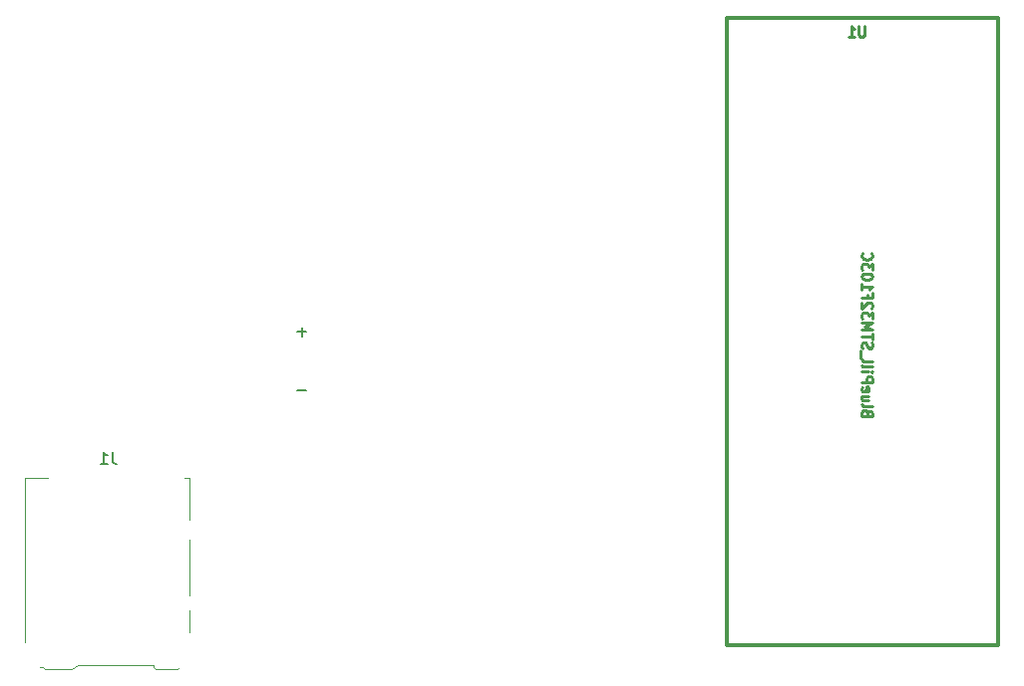
<source format=gbr>
%TF.GenerationSoftware,KiCad,Pcbnew,(5.1.6)-1*%
%TF.CreationDate,2020-07-05T00:12:07+01:00*%
%TF.ProjectId,tetris,74657472-6973-42e6-9b69-6361645f7063,rev?*%
%TF.SameCoordinates,PX26c1e00PY65bcec0*%
%TF.FileFunction,Legend,Bot*%
%TF.FilePolarity,Positive*%
%FSLAX46Y46*%
G04 Gerber Fmt 4.6, Leading zero omitted, Abs format (unit mm)*
G04 Created by KiCad (PCBNEW (5.1.6)-1) date 2020-07-05 00:12:07*
%MOMM*%
%LPD*%
G01*
G04 APERTURE LIST*
%ADD10C,0.150000*%
%ADD11C,0.120000*%
%ADD12C,0.304800*%
%ADD13C,0.222250*%
G04 APERTURE END LIST*
D10*
X33380952Y25428572D02*
X32619047Y25428572D01*
X33380952Y30428572D02*
X32619047Y30428572D01*
X33000000Y30047620D02*
X33000000Y30809524D01*
D11*
%TO.C,J1*%
X11435000Y18045000D02*
X9515000Y18045000D01*
X9515000Y18045000D02*
X9515000Y4035000D01*
X23035000Y18045000D02*
X23485000Y18045000D01*
X23485000Y18045000D02*
X23485000Y14435000D01*
X11195000Y1775000D02*
X13505000Y1775000D01*
X22455000Y1775000D02*
X20595000Y1775000D01*
X22455000Y1775000D02*
X22655000Y1975000D01*
X23485000Y12735000D02*
X23485000Y8035000D01*
X23485000Y6735000D02*
X23485000Y4935000D01*
X20385000Y2125000D02*
X14015000Y2125000D01*
X20385000Y2125000D02*
X20385000Y1975000D01*
X20595000Y1775000D02*
X20385000Y1975000D01*
X11195000Y1775000D02*
X10995000Y1975000D01*
X10995000Y1975000D02*
X10735000Y1975000D01*
X13505000Y1775000D02*
X14015000Y2125000D01*
D12*
%TO.C,U1*%
X92100000Y3760000D02*
X92100000Y57160000D01*
X92100000Y57160000D02*
X69100000Y57160000D01*
X69100000Y57160000D02*
X69100000Y3760000D01*
X69100000Y3760000D02*
X92100000Y3760000D01*
%TO.C,J1*%
D10*
X16918333Y20232620D02*
X16918333Y19518334D01*
X16965952Y19375477D01*
X17061190Y19280239D01*
X17204047Y19232620D01*
X17299285Y19232620D01*
X15918333Y19232620D02*
X16489761Y19232620D01*
X16204047Y19232620D02*
X16204047Y20232620D01*
X16299285Y20089762D01*
X16394523Y19994524D01*
X16489761Y19946905D01*
%TO.C,U1*%
D13*
X80820133Y56443034D02*
X80820133Y55723367D01*
X80777800Y55638700D01*
X80735466Y55596367D01*
X80650800Y55554034D01*
X80481466Y55554034D01*
X80396800Y55596367D01*
X80354466Y55638700D01*
X80312133Y55723367D01*
X80312133Y56443034D01*
X79423133Y55554034D02*
X79931133Y55554034D01*
X79677133Y55554034D02*
X79677133Y56443034D01*
X79761800Y56316034D01*
X79846466Y56231367D01*
X79931133Y56189034D01*
D12*
D13*
X81019100Y23524634D02*
X80976766Y23651634D01*
X80934433Y23693967D01*
X80849766Y23736300D01*
X80722766Y23736300D01*
X80638100Y23693967D01*
X80595766Y23651634D01*
X80553433Y23566967D01*
X80553433Y23228300D01*
X81442433Y23228300D01*
X81442433Y23524634D01*
X81400100Y23609300D01*
X81357766Y23651634D01*
X81273100Y23693967D01*
X81188433Y23693967D01*
X81103766Y23651634D01*
X81061433Y23609300D01*
X81019100Y23524634D01*
X81019100Y23228300D01*
X80553433Y24244300D02*
X80595766Y24159634D01*
X80680433Y24117300D01*
X81442433Y24117300D01*
X81146100Y24963967D02*
X80553433Y24963967D01*
X81146100Y24582967D02*
X80680433Y24582967D01*
X80595766Y24625300D01*
X80553433Y24709967D01*
X80553433Y24836967D01*
X80595766Y24921634D01*
X80638100Y24963967D01*
X80595766Y25725967D02*
X80553433Y25641300D01*
X80553433Y25471967D01*
X80595766Y25387300D01*
X80680433Y25344967D01*
X81019100Y25344967D01*
X81103766Y25387300D01*
X81146100Y25471967D01*
X81146100Y25641300D01*
X81103766Y25725967D01*
X81019100Y25768300D01*
X80934433Y25768300D01*
X80849766Y25344967D01*
X80553433Y26149300D02*
X81442433Y26149300D01*
X81442433Y26487967D01*
X81400100Y26572634D01*
X81357766Y26614967D01*
X81273100Y26657300D01*
X81146100Y26657300D01*
X81061433Y26614967D01*
X81019100Y26572634D01*
X80976766Y26487967D01*
X80976766Y26149300D01*
X80553433Y27038300D02*
X81146100Y27038300D01*
X81442433Y27038300D02*
X81400100Y26995967D01*
X81357766Y27038300D01*
X81400100Y27080634D01*
X81442433Y27038300D01*
X81357766Y27038300D01*
X80553433Y27588634D02*
X80595766Y27503967D01*
X80680433Y27461634D01*
X81442433Y27461634D01*
X80553433Y28054300D02*
X80595766Y27969634D01*
X80680433Y27927300D01*
X81442433Y27927300D01*
X80468766Y28181300D02*
X80468766Y28858634D01*
X80595766Y29027967D02*
X80553433Y29154967D01*
X80553433Y29366634D01*
X80595766Y29451300D01*
X80638100Y29493634D01*
X80722766Y29535967D01*
X80807433Y29535967D01*
X80892100Y29493634D01*
X80934433Y29451300D01*
X80976766Y29366634D01*
X81019100Y29197300D01*
X81061433Y29112634D01*
X81103766Y29070300D01*
X81188433Y29027967D01*
X81273100Y29027967D01*
X81357766Y29070300D01*
X81400100Y29112634D01*
X81442433Y29197300D01*
X81442433Y29408967D01*
X81400100Y29535967D01*
X81442433Y29789967D02*
X81442433Y30297967D01*
X80553433Y30043967D02*
X81442433Y30043967D01*
X80553433Y30594300D02*
X81442433Y30594300D01*
X80807433Y30890634D01*
X81442433Y31186967D01*
X80553433Y31186967D01*
X81442433Y31525634D02*
X81442433Y32075967D01*
X81103766Y31779634D01*
X81103766Y31906634D01*
X81061433Y31991300D01*
X81019100Y32033634D01*
X80934433Y32075967D01*
X80722766Y32075967D01*
X80638100Y32033634D01*
X80595766Y31991300D01*
X80553433Y31906634D01*
X80553433Y31652634D01*
X80595766Y31567967D01*
X80638100Y31525634D01*
X81357766Y32414634D02*
X81400100Y32456967D01*
X81442433Y32541634D01*
X81442433Y32753300D01*
X81400100Y32837967D01*
X81357766Y32880300D01*
X81273100Y32922634D01*
X81188433Y32922634D01*
X81061433Y32880300D01*
X80553433Y32372300D01*
X80553433Y32922634D01*
X81019100Y33599967D02*
X81019100Y33303634D01*
X80553433Y33303634D02*
X81442433Y33303634D01*
X81442433Y33726967D01*
X80553433Y34531300D02*
X80553433Y34023300D01*
X80553433Y34277300D02*
X81442433Y34277300D01*
X81315433Y34192634D01*
X81230766Y34107967D01*
X81188433Y34023300D01*
X81442433Y35081634D02*
X81442433Y35166300D01*
X81400100Y35250967D01*
X81357766Y35293300D01*
X81273100Y35335634D01*
X81103766Y35377967D01*
X80892100Y35377967D01*
X80722766Y35335634D01*
X80638100Y35293300D01*
X80595766Y35250967D01*
X80553433Y35166300D01*
X80553433Y35081634D01*
X80595766Y34996967D01*
X80638100Y34954634D01*
X80722766Y34912300D01*
X80892100Y34869967D01*
X81103766Y34869967D01*
X81273100Y34912300D01*
X81357766Y34954634D01*
X81400100Y34996967D01*
X81442433Y35081634D01*
X81442433Y35674300D02*
X81442433Y36224634D01*
X81103766Y35928300D01*
X81103766Y36055300D01*
X81061433Y36139967D01*
X81019100Y36182300D01*
X80934433Y36224634D01*
X80722766Y36224634D01*
X80638100Y36182300D01*
X80595766Y36139967D01*
X80553433Y36055300D01*
X80553433Y35801300D01*
X80595766Y35716634D01*
X80638100Y35674300D01*
X80638100Y37113634D02*
X80595766Y37071300D01*
X80553433Y36944300D01*
X80553433Y36859634D01*
X80595766Y36732634D01*
X80680433Y36647967D01*
X80765100Y36605634D01*
X80934433Y36563300D01*
X81061433Y36563300D01*
X81230766Y36605634D01*
X81315433Y36647967D01*
X81400100Y36732634D01*
X81442433Y36859634D01*
X81442433Y36944300D01*
X81400100Y37071300D01*
X81357766Y37113634D01*
%TD*%
M02*

</source>
